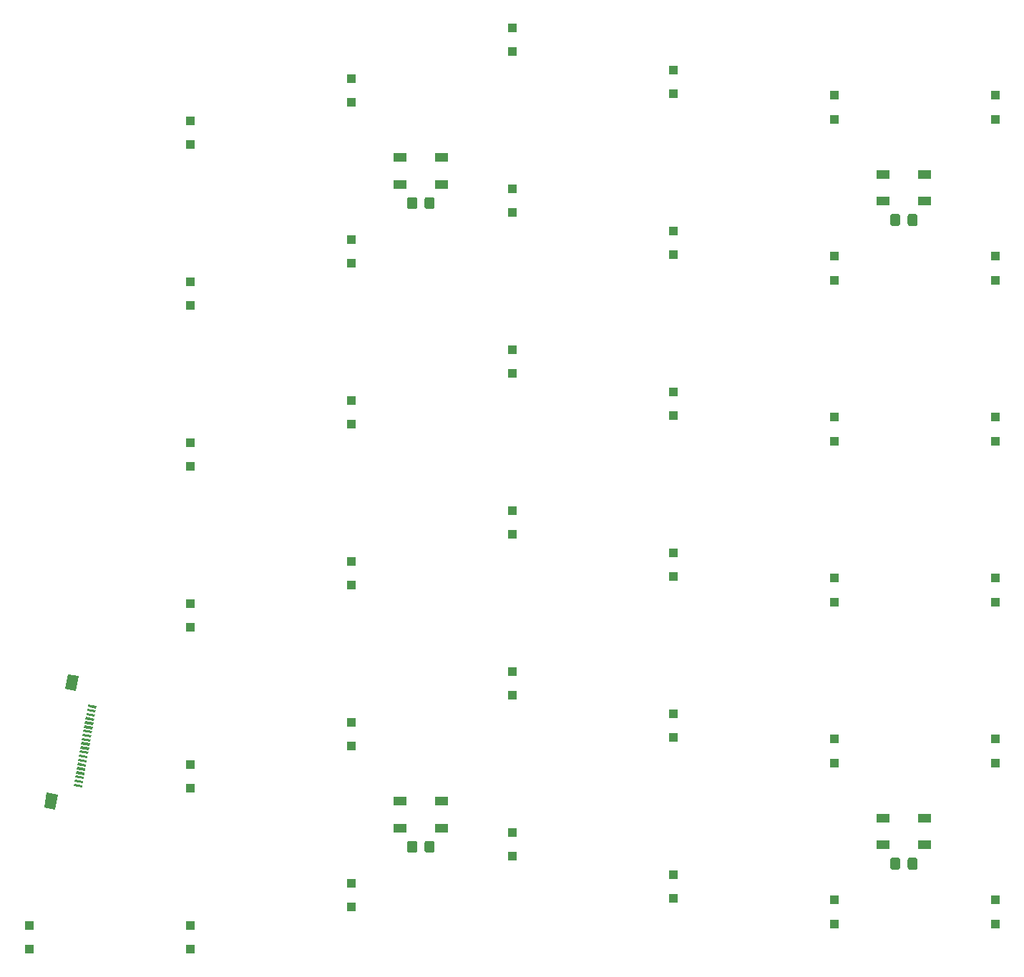
<source format=gbp>
G04 #@! TF.GenerationSoftware,KiCad,Pcbnew,5.1.5+dfsg1-2build2*
G04 #@! TF.CreationDate,2020-05-17T17:46:53-07:00*
G04 #@! TF.ProjectId,triad_right,74726961-645f-4726-9967-68742e6b6963,rev?*
G04 #@! TF.SameCoordinates,Original*
G04 #@! TF.FileFunction,Paste,Bot*
G04 #@! TF.FilePolarity,Positive*
%FSLAX46Y46*%
G04 Gerber Fmt 4.6, Leading zero omitted, Abs format (unit mm)*
G04 Created by KiCad (PCBNEW 5.1.5+dfsg1-2build2) date 2020-05-17 17:46:53*
%MOMM*%
%LPD*%
G04 APERTURE LIST*
%ADD10R,1.100000X1.100000*%
%ADD11R,1.500000X1.000000*%
%ADD12C,0.100000*%
G04 APERTURE END LIST*
D10*
X50087500Y-36475000D03*
X50087500Y-39275000D03*
X69137500Y-34275000D03*
X69137500Y-31475000D03*
X88187500Y-25475000D03*
X88187500Y-28275000D03*
X107237500Y-30475000D03*
X107237500Y-33275000D03*
X126287500Y-33475000D03*
X126287500Y-36275000D03*
X145337500Y-36275000D03*
X145337500Y-33475000D03*
X50087500Y-55525000D03*
X50087500Y-58325000D03*
X69137500Y-53325000D03*
X69137500Y-50525000D03*
X88187500Y-44525000D03*
X88187500Y-47325000D03*
X107237500Y-52325000D03*
X107237500Y-49525000D03*
X126287500Y-52525000D03*
X126287500Y-55325000D03*
X145337500Y-55325000D03*
X145337500Y-52525000D03*
X50087500Y-74575000D03*
X50087500Y-77375000D03*
X69137500Y-72375000D03*
X69137500Y-69575000D03*
X88187500Y-66374999D03*
X88187500Y-63574999D03*
X107237500Y-68575000D03*
X107237500Y-71375000D03*
X126287500Y-74375000D03*
X126287500Y-71575000D03*
X145337500Y-71575000D03*
X145337500Y-74375000D03*
X50087500Y-93625000D03*
X50087500Y-96425000D03*
X69137500Y-91425000D03*
X69137500Y-88625000D03*
X88187500Y-85425000D03*
X88187500Y-82625000D03*
X107237500Y-87625000D03*
X107237500Y-90425000D03*
X126287500Y-93425000D03*
X126287500Y-90625000D03*
X145337500Y-90625000D03*
X145337500Y-93425000D03*
X31037499Y-134525000D03*
X31037499Y-131725000D03*
X50087500Y-115475000D03*
X50087500Y-112675000D03*
X69137500Y-107675000D03*
X69137500Y-110475000D03*
X88187500Y-104475000D03*
X88187500Y-101675000D03*
X107237500Y-106675000D03*
X107237500Y-109475000D03*
X126287500Y-112475000D03*
X126287500Y-109675000D03*
X145337500Y-109675000D03*
X145337500Y-112475000D03*
X50087500Y-134525000D03*
X50087500Y-131725000D03*
X69137500Y-126725000D03*
X69137500Y-129525000D03*
X88187500Y-123525000D03*
X88187500Y-120725000D03*
X107237500Y-125725000D03*
X107237500Y-128525000D03*
X126287500Y-131525000D03*
X126287500Y-128725000D03*
X145337500Y-128725000D03*
X145337500Y-131525000D03*
D11*
X79850000Y-40800000D03*
X79850000Y-44000000D03*
X74950000Y-40800000D03*
X74950000Y-44000000D03*
X132100000Y-46000000D03*
X132100000Y-42800000D03*
X137000000Y-46000000D03*
X137000000Y-42800000D03*
X132100000Y-122200000D03*
X132100000Y-119000000D03*
X137000000Y-122200000D03*
X137000000Y-119000000D03*
X79850000Y-117000000D03*
X79850000Y-120200000D03*
X74950000Y-117000000D03*
X74950000Y-120200000D03*
D12*
G36*
X36588120Y-103962698D02*
G01*
X35307869Y-103736956D01*
X35614358Y-101998770D01*
X36894609Y-102224512D01*
X36588120Y-103962698D01*
G37*
G36*
X34116238Y-117981436D02*
G01*
X32835987Y-117755694D01*
X33142476Y-116017508D01*
X34422727Y-116243250D01*
X34116238Y-117981436D01*
G37*
G36*
X37313962Y-115394920D02*
G01*
X36329154Y-115221272D01*
X36380380Y-114930754D01*
X37365188Y-115104402D01*
X37313962Y-115394920D01*
G37*
G36*
X37400786Y-114902516D02*
G01*
X36415978Y-114728868D01*
X36467204Y-114438350D01*
X37452012Y-114611998D01*
X37400786Y-114902516D01*
G37*
G36*
X37487610Y-114410112D02*
G01*
X36502802Y-114236464D01*
X36554028Y-113945946D01*
X37538836Y-114119594D01*
X37487610Y-114410112D01*
G37*
G36*
X37574434Y-113917708D02*
G01*
X36589626Y-113744060D01*
X36640852Y-113453542D01*
X37625660Y-113627190D01*
X37574434Y-113917708D01*
G37*
G36*
X37661259Y-113425304D02*
G01*
X36676451Y-113251656D01*
X36727677Y-112961138D01*
X37712485Y-113134786D01*
X37661259Y-113425304D01*
G37*
G36*
X37748083Y-112932900D02*
G01*
X36763275Y-112759252D01*
X36814501Y-112468734D01*
X37799309Y-112642382D01*
X37748083Y-112932900D01*
G37*
G36*
X37834907Y-112440497D02*
G01*
X36850099Y-112266849D01*
X36901325Y-111976331D01*
X37886133Y-112149979D01*
X37834907Y-112440497D01*
G37*
G36*
X37921731Y-111948093D02*
G01*
X36936923Y-111774445D01*
X36988149Y-111483927D01*
X37972957Y-111657575D01*
X37921731Y-111948093D01*
G37*
G36*
X38008555Y-111455689D02*
G01*
X37023747Y-111282041D01*
X37074973Y-110991523D01*
X38059781Y-111165171D01*
X38008555Y-111455689D01*
G37*
G36*
X38095379Y-110963285D02*
G01*
X37110571Y-110789637D01*
X37161797Y-110499119D01*
X38146605Y-110672767D01*
X38095379Y-110963285D01*
G37*
G36*
X38182203Y-110470881D02*
G01*
X37197395Y-110297233D01*
X37248621Y-110006715D01*
X38233429Y-110180363D01*
X38182203Y-110470881D01*
G37*
G36*
X38269027Y-109978477D02*
G01*
X37284219Y-109804829D01*
X37335445Y-109514311D01*
X38320253Y-109687959D01*
X38269027Y-109978477D01*
G37*
G36*
X38355851Y-109486073D02*
G01*
X37371043Y-109312425D01*
X37422269Y-109021907D01*
X38407077Y-109195555D01*
X38355851Y-109486073D01*
G37*
G36*
X38442675Y-108993669D02*
G01*
X37457867Y-108820021D01*
X37509093Y-108529503D01*
X38493901Y-108703151D01*
X38442675Y-108993669D01*
G37*
G36*
X38529499Y-108501266D02*
G01*
X37544691Y-108327618D01*
X37595917Y-108037100D01*
X38580725Y-108210748D01*
X38529499Y-108501266D01*
G37*
G36*
X38616323Y-108008862D02*
G01*
X37631515Y-107835214D01*
X37682741Y-107544696D01*
X38667549Y-107718344D01*
X38616323Y-108008862D01*
G37*
G36*
X38703148Y-107516458D02*
G01*
X37718340Y-107342810D01*
X37769566Y-107052292D01*
X38754374Y-107225940D01*
X38703148Y-107516458D01*
G37*
G36*
X38789972Y-107024054D02*
G01*
X37805164Y-106850406D01*
X37856390Y-106559888D01*
X38841198Y-106733536D01*
X38789972Y-107024054D01*
G37*
G36*
X38876796Y-106531650D02*
G01*
X37891988Y-106358002D01*
X37943214Y-106067484D01*
X38928022Y-106241132D01*
X38876796Y-106531650D01*
G37*
G36*
X38963620Y-106039246D02*
G01*
X37978812Y-105865598D01*
X38030038Y-105575080D01*
X39014846Y-105748728D01*
X38963620Y-106039246D01*
G37*
G36*
X76724505Y-45511204D02*
G01*
X76748773Y-45514804D01*
X76772572Y-45520765D01*
X76795671Y-45529030D01*
X76817850Y-45539520D01*
X76838893Y-45552132D01*
X76858599Y-45566747D01*
X76876777Y-45583223D01*
X76893253Y-45601401D01*
X76907868Y-45621107D01*
X76920480Y-45642150D01*
X76930970Y-45664329D01*
X76939235Y-45687428D01*
X76945196Y-45711227D01*
X76948796Y-45735495D01*
X76950000Y-45759999D01*
X76950000Y-46660001D01*
X76948796Y-46684505D01*
X76945196Y-46708773D01*
X76939235Y-46732572D01*
X76930970Y-46755671D01*
X76920480Y-46777850D01*
X76907868Y-46798893D01*
X76893253Y-46818599D01*
X76876777Y-46836777D01*
X76858599Y-46853253D01*
X76838893Y-46867868D01*
X76817850Y-46880480D01*
X76795671Y-46890970D01*
X76772572Y-46899235D01*
X76748773Y-46905196D01*
X76724505Y-46908796D01*
X76700001Y-46910000D01*
X76049999Y-46910000D01*
X76025495Y-46908796D01*
X76001227Y-46905196D01*
X75977428Y-46899235D01*
X75954329Y-46890970D01*
X75932150Y-46880480D01*
X75911107Y-46867868D01*
X75891401Y-46853253D01*
X75873223Y-46836777D01*
X75856747Y-46818599D01*
X75842132Y-46798893D01*
X75829520Y-46777850D01*
X75819030Y-46755671D01*
X75810765Y-46732572D01*
X75804804Y-46708773D01*
X75801204Y-46684505D01*
X75800000Y-46660001D01*
X75800000Y-45759999D01*
X75801204Y-45735495D01*
X75804804Y-45711227D01*
X75810765Y-45687428D01*
X75819030Y-45664329D01*
X75829520Y-45642150D01*
X75842132Y-45621107D01*
X75856747Y-45601401D01*
X75873223Y-45583223D01*
X75891401Y-45566747D01*
X75911107Y-45552132D01*
X75932150Y-45539520D01*
X75954329Y-45529030D01*
X75977428Y-45520765D01*
X76001227Y-45514804D01*
X76025495Y-45511204D01*
X76049999Y-45510000D01*
X76700001Y-45510000D01*
X76724505Y-45511204D01*
G37*
G36*
X78774505Y-45511204D02*
G01*
X78798773Y-45514804D01*
X78822572Y-45520765D01*
X78845671Y-45529030D01*
X78867850Y-45539520D01*
X78888893Y-45552132D01*
X78908599Y-45566747D01*
X78926777Y-45583223D01*
X78943253Y-45601401D01*
X78957868Y-45621107D01*
X78970480Y-45642150D01*
X78980970Y-45664329D01*
X78989235Y-45687428D01*
X78995196Y-45711227D01*
X78998796Y-45735495D01*
X79000000Y-45759999D01*
X79000000Y-46660001D01*
X78998796Y-46684505D01*
X78995196Y-46708773D01*
X78989235Y-46732572D01*
X78980970Y-46755671D01*
X78970480Y-46777850D01*
X78957868Y-46798893D01*
X78943253Y-46818599D01*
X78926777Y-46836777D01*
X78908599Y-46853253D01*
X78888893Y-46867868D01*
X78867850Y-46880480D01*
X78845671Y-46890970D01*
X78822572Y-46899235D01*
X78798773Y-46905196D01*
X78774505Y-46908796D01*
X78750001Y-46910000D01*
X78099999Y-46910000D01*
X78075495Y-46908796D01*
X78051227Y-46905196D01*
X78027428Y-46899235D01*
X78004329Y-46890970D01*
X77982150Y-46880480D01*
X77961107Y-46867868D01*
X77941401Y-46853253D01*
X77923223Y-46836777D01*
X77906747Y-46818599D01*
X77892132Y-46798893D01*
X77879520Y-46777850D01*
X77869030Y-46755671D01*
X77860765Y-46732572D01*
X77854804Y-46708773D01*
X77851204Y-46684505D01*
X77850000Y-46660001D01*
X77850000Y-45759999D01*
X77851204Y-45735495D01*
X77854804Y-45711227D01*
X77860765Y-45687428D01*
X77869030Y-45664329D01*
X77879520Y-45642150D01*
X77892132Y-45621107D01*
X77906747Y-45601401D01*
X77923223Y-45583223D01*
X77941401Y-45566747D01*
X77961107Y-45552132D01*
X77982150Y-45539520D01*
X78004329Y-45529030D01*
X78027428Y-45520765D01*
X78051227Y-45514804D01*
X78075495Y-45511204D01*
X78099999Y-45510000D01*
X78750001Y-45510000D01*
X78774505Y-45511204D01*
G37*
G36*
X135924505Y-47511204D02*
G01*
X135948773Y-47514804D01*
X135972572Y-47520765D01*
X135995671Y-47529030D01*
X136017850Y-47539520D01*
X136038893Y-47552132D01*
X136058599Y-47566747D01*
X136076777Y-47583223D01*
X136093253Y-47601401D01*
X136107868Y-47621107D01*
X136120480Y-47642150D01*
X136130970Y-47664329D01*
X136139235Y-47687428D01*
X136145196Y-47711227D01*
X136148796Y-47735495D01*
X136150000Y-47759999D01*
X136150000Y-48660001D01*
X136148796Y-48684505D01*
X136145196Y-48708773D01*
X136139235Y-48732572D01*
X136130970Y-48755671D01*
X136120480Y-48777850D01*
X136107868Y-48798893D01*
X136093253Y-48818599D01*
X136076777Y-48836777D01*
X136058599Y-48853253D01*
X136038893Y-48867868D01*
X136017850Y-48880480D01*
X135995671Y-48890970D01*
X135972572Y-48899235D01*
X135948773Y-48905196D01*
X135924505Y-48908796D01*
X135900001Y-48910000D01*
X135249999Y-48910000D01*
X135225495Y-48908796D01*
X135201227Y-48905196D01*
X135177428Y-48899235D01*
X135154329Y-48890970D01*
X135132150Y-48880480D01*
X135111107Y-48867868D01*
X135091401Y-48853253D01*
X135073223Y-48836777D01*
X135056747Y-48818599D01*
X135042132Y-48798893D01*
X135029520Y-48777850D01*
X135019030Y-48755671D01*
X135010765Y-48732572D01*
X135004804Y-48708773D01*
X135001204Y-48684505D01*
X135000000Y-48660001D01*
X135000000Y-47759999D01*
X135001204Y-47735495D01*
X135004804Y-47711227D01*
X135010765Y-47687428D01*
X135019030Y-47664329D01*
X135029520Y-47642150D01*
X135042132Y-47621107D01*
X135056747Y-47601401D01*
X135073223Y-47583223D01*
X135091401Y-47566747D01*
X135111107Y-47552132D01*
X135132150Y-47539520D01*
X135154329Y-47529030D01*
X135177428Y-47520765D01*
X135201227Y-47514804D01*
X135225495Y-47511204D01*
X135249999Y-47510000D01*
X135900001Y-47510000D01*
X135924505Y-47511204D01*
G37*
G36*
X133874505Y-47511204D02*
G01*
X133898773Y-47514804D01*
X133922572Y-47520765D01*
X133945671Y-47529030D01*
X133967850Y-47539520D01*
X133988893Y-47552132D01*
X134008599Y-47566747D01*
X134026777Y-47583223D01*
X134043253Y-47601401D01*
X134057868Y-47621107D01*
X134070480Y-47642150D01*
X134080970Y-47664329D01*
X134089235Y-47687428D01*
X134095196Y-47711227D01*
X134098796Y-47735495D01*
X134100000Y-47759999D01*
X134100000Y-48660001D01*
X134098796Y-48684505D01*
X134095196Y-48708773D01*
X134089235Y-48732572D01*
X134080970Y-48755671D01*
X134070480Y-48777850D01*
X134057868Y-48798893D01*
X134043253Y-48818599D01*
X134026777Y-48836777D01*
X134008599Y-48853253D01*
X133988893Y-48867868D01*
X133967850Y-48880480D01*
X133945671Y-48890970D01*
X133922572Y-48899235D01*
X133898773Y-48905196D01*
X133874505Y-48908796D01*
X133850001Y-48910000D01*
X133199999Y-48910000D01*
X133175495Y-48908796D01*
X133151227Y-48905196D01*
X133127428Y-48899235D01*
X133104329Y-48890970D01*
X133082150Y-48880480D01*
X133061107Y-48867868D01*
X133041401Y-48853253D01*
X133023223Y-48836777D01*
X133006747Y-48818599D01*
X132992132Y-48798893D01*
X132979520Y-48777850D01*
X132969030Y-48755671D01*
X132960765Y-48732572D01*
X132954804Y-48708773D01*
X132951204Y-48684505D01*
X132950000Y-48660001D01*
X132950000Y-47759999D01*
X132951204Y-47735495D01*
X132954804Y-47711227D01*
X132960765Y-47687428D01*
X132969030Y-47664329D01*
X132979520Y-47642150D01*
X132992132Y-47621107D01*
X133006747Y-47601401D01*
X133023223Y-47583223D01*
X133041401Y-47566747D01*
X133061107Y-47552132D01*
X133082150Y-47539520D01*
X133104329Y-47529030D01*
X133127428Y-47520765D01*
X133151227Y-47514804D01*
X133175495Y-47511204D01*
X133199999Y-47510000D01*
X133850001Y-47510000D01*
X133874505Y-47511204D01*
G37*
G36*
X135924505Y-123711204D02*
G01*
X135948773Y-123714804D01*
X135972572Y-123720765D01*
X135995671Y-123729030D01*
X136017850Y-123739520D01*
X136038893Y-123752132D01*
X136058599Y-123766747D01*
X136076777Y-123783223D01*
X136093253Y-123801401D01*
X136107868Y-123821107D01*
X136120480Y-123842150D01*
X136130970Y-123864329D01*
X136139235Y-123887428D01*
X136145196Y-123911227D01*
X136148796Y-123935495D01*
X136150000Y-123959999D01*
X136150000Y-124860001D01*
X136148796Y-124884505D01*
X136145196Y-124908773D01*
X136139235Y-124932572D01*
X136130970Y-124955671D01*
X136120480Y-124977850D01*
X136107868Y-124998893D01*
X136093253Y-125018599D01*
X136076777Y-125036777D01*
X136058599Y-125053253D01*
X136038893Y-125067868D01*
X136017850Y-125080480D01*
X135995671Y-125090970D01*
X135972572Y-125099235D01*
X135948773Y-125105196D01*
X135924505Y-125108796D01*
X135900001Y-125110000D01*
X135249999Y-125110000D01*
X135225495Y-125108796D01*
X135201227Y-125105196D01*
X135177428Y-125099235D01*
X135154329Y-125090970D01*
X135132150Y-125080480D01*
X135111107Y-125067868D01*
X135091401Y-125053253D01*
X135073223Y-125036777D01*
X135056747Y-125018599D01*
X135042132Y-124998893D01*
X135029520Y-124977850D01*
X135019030Y-124955671D01*
X135010765Y-124932572D01*
X135004804Y-124908773D01*
X135001204Y-124884505D01*
X135000000Y-124860001D01*
X135000000Y-123959999D01*
X135001204Y-123935495D01*
X135004804Y-123911227D01*
X135010765Y-123887428D01*
X135019030Y-123864329D01*
X135029520Y-123842150D01*
X135042132Y-123821107D01*
X135056747Y-123801401D01*
X135073223Y-123783223D01*
X135091401Y-123766747D01*
X135111107Y-123752132D01*
X135132150Y-123739520D01*
X135154329Y-123729030D01*
X135177428Y-123720765D01*
X135201227Y-123714804D01*
X135225495Y-123711204D01*
X135249999Y-123710000D01*
X135900001Y-123710000D01*
X135924505Y-123711204D01*
G37*
G36*
X133874505Y-123711204D02*
G01*
X133898773Y-123714804D01*
X133922572Y-123720765D01*
X133945671Y-123729030D01*
X133967850Y-123739520D01*
X133988893Y-123752132D01*
X134008599Y-123766747D01*
X134026777Y-123783223D01*
X134043253Y-123801401D01*
X134057868Y-123821107D01*
X134070480Y-123842150D01*
X134080970Y-123864329D01*
X134089235Y-123887428D01*
X134095196Y-123911227D01*
X134098796Y-123935495D01*
X134100000Y-123959999D01*
X134100000Y-124860001D01*
X134098796Y-124884505D01*
X134095196Y-124908773D01*
X134089235Y-124932572D01*
X134080970Y-124955671D01*
X134070480Y-124977850D01*
X134057868Y-124998893D01*
X134043253Y-125018599D01*
X134026777Y-125036777D01*
X134008599Y-125053253D01*
X133988893Y-125067868D01*
X133967850Y-125080480D01*
X133945671Y-125090970D01*
X133922572Y-125099235D01*
X133898773Y-125105196D01*
X133874505Y-125108796D01*
X133850001Y-125110000D01*
X133199999Y-125110000D01*
X133175495Y-125108796D01*
X133151227Y-125105196D01*
X133127428Y-125099235D01*
X133104329Y-125090970D01*
X133082150Y-125080480D01*
X133061107Y-125067868D01*
X133041401Y-125053253D01*
X133023223Y-125036777D01*
X133006747Y-125018599D01*
X132992132Y-124998893D01*
X132979520Y-124977850D01*
X132969030Y-124955671D01*
X132960765Y-124932572D01*
X132954804Y-124908773D01*
X132951204Y-124884505D01*
X132950000Y-124860001D01*
X132950000Y-123959999D01*
X132951204Y-123935495D01*
X132954804Y-123911227D01*
X132960765Y-123887428D01*
X132969030Y-123864329D01*
X132979520Y-123842150D01*
X132992132Y-123821107D01*
X133006747Y-123801401D01*
X133023223Y-123783223D01*
X133041401Y-123766747D01*
X133061107Y-123752132D01*
X133082150Y-123739520D01*
X133104329Y-123729030D01*
X133127428Y-123720765D01*
X133151227Y-123714804D01*
X133175495Y-123711204D01*
X133199999Y-123710000D01*
X133850001Y-123710000D01*
X133874505Y-123711204D01*
G37*
G36*
X76724505Y-121711204D02*
G01*
X76748773Y-121714804D01*
X76772572Y-121720765D01*
X76795671Y-121729030D01*
X76817850Y-121739520D01*
X76838893Y-121752132D01*
X76858599Y-121766747D01*
X76876777Y-121783223D01*
X76893253Y-121801401D01*
X76907868Y-121821107D01*
X76920480Y-121842150D01*
X76930970Y-121864329D01*
X76939235Y-121887428D01*
X76945196Y-121911227D01*
X76948796Y-121935495D01*
X76950000Y-121959999D01*
X76950000Y-122860001D01*
X76948796Y-122884505D01*
X76945196Y-122908773D01*
X76939235Y-122932572D01*
X76930970Y-122955671D01*
X76920480Y-122977850D01*
X76907868Y-122998893D01*
X76893253Y-123018599D01*
X76876777Y-123036777D01*
X76858599Y-123053253D01*
X76838893Y-123067868D01*
X76817850Y-123080480D01*
X76795671Y-123090970D01*
X76772572Y-123099235D01*
X76748773Y-123105196D01*
X76724505Y-123108796D01*
X76700001Y-123110000D01*
X76049999Y-123110000D01*
X76025495Y-123108796D01*
X76001227Y-123105196D01*
X75977428Y-123099235D01*
X75954329Y-123090970D01*
X75932150Y-123080480D01*
X75911107Y-123067868D01*
X75891401Y-123053253D01*
X75873223Y-123036777D01*
X75856747Y-123018599D01*
X75842132Y-122998893D01*
X75829520Y-122977850D01*
X75819030Y-122955671D01*
X75810765Y-122932572D01*
X75804804Y-122908773D01*
X75801204Y-122884505D01*
X75800000Y-122860001D01*
X75800000Y-121959999D01*
X75801204Y-121935495D01*
X75804804Y-121911227D01*
X75810765Y-121887428D01*
X75819030Y-121864329D01*
X75829520Y-121842150D01*
X75842132Y-121821107D01*
X75856747Y-121801401D01*
X75873223Y-121783223D01*
X75891401Y-121766747D01*
X75911107Y-121752132D01*
X75932150Y-121739520D01*
X75954329Y-121729030D01*
X75977428Y-121720765D01*
X76001227Y-121714804D01*
X76025495Y-121711204D01*
X76049999Y-121710000D01*
X76700001Y-121710000D01*
X76724505Y-121711204D01*
G37*
G36*
X78774505Y-121711204D02*
G01*
X78798773Y-121714804D01*
X78822572Y-121720765D01*
X78845671Y-121729030D01*
X78867850Y-121739520D01*
X78888893Y-121752132D01*
X78908599Y-121766747D01*
X78926777Y-121783223D01*
X78943253Y-121801401D01*
X78957868Y-121821107D01*
X78970480Y-121842150D01*
X78980970Y-121864329D01*
X78989235Y-121887428D01*
X78995196Y-121911227D01*
X78998796Y-121935495D01*
X79000000Y-121959999D01*
X79000000Y-122860001D01*
X78998796Y-122884505D01*
X78995196Y-122908773D01*
X78989235Y-122932572D01*
X78980970Y-122955671D01*
X78970480Y-122977850D01*
X78957868Y-122998893D01*
X78943253Y-123018599D01*
X78926777Y-123036777D01*
X78908599Y-123053253D01*
X78888893Y-123067868D01*
X78867850Y-123080480D01*
X78845671Y-123090970D01*
X78822572Y-123099235D01*
X78798773Y-123105196D01*
X78774505Y-123108796D01*
X78750001Y-123110000D01*
X78099999Y-123110000D01*
X78075495Y-123108796D01*
X78051227Y-123105196D01*
X78027428Y-123099235D01*
X78004329Y-123090970D01*
X77982150Y-123080480D01*
X77961107Y-123067868D01*
X77941401Y-123053253D01*
X77923223Y-123036777D01*
X77906747Y-123018599D01*
X77892132Y-122998893D01*
X77879520Y-122977850D01*
X77869030Y-122955671D01*
X77860765Y-122932572D01*
X77854804Y-122908773D01*
X77851204Y-122884505D01*
X77850000Y-122860001D01*
X77850000Y-121959999D01*
X77851204Y-121935495D01*
X77854804Y-121911227D01*
X77860765Y-121887428D01*
X77869030Y-121864329D01*
X77879520Y-121842150D01*
X77892132Y-121821107D01*
X77906747Y-121801401D01*
X77923223Y-121783223D01*
X77941401Y-121766747D01*
X77961107Y-121752132D01*
X77982150Y-121739520D01*
X78004329Y-121729030D01*
X78027428Y-121720765D01*
X78051227Y-121714804D01*
X78075495Y-121711204D01*
X78099999Y-121710000D01*
X78750001Y-121710000D01*
X78774505Y-121711204D01*
G37*
M02*

</source>
